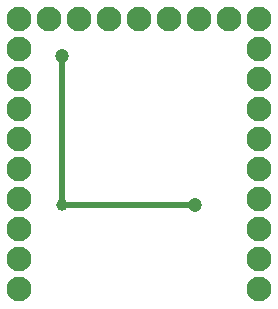
<source format=gbr>
G04 #@! TF.FileFunction,Copper,L2,Bot,Signal*
%FSLAX46Y46*%
G04 Gerber Fmt 4.6, Leading zero omitted, Abs format (unit mm)*
G04 Created by KiCad (PCBNEW 4.0.6) date 08/13/17 19:50:11*
%MOMM*%
%LPD*%
G01*
G04 APERTURE LIST*
%ADD10C,0.100000*%
%ADD11C,2.100000*%
%ADD12C,1.200000*%
%ADD13C,1.000000*%
%ADD14C,0.500000*%
G04 APERTURE END LIST*
D10*
D11*
X133481000Y-94665000D03*
X133481000Y-97205000D03*
X133481000Y-99745000D03*
X133481000Y-102285000D03*
X133481000Y-104825000D03*
X133481000Y-107365000D03*
X133481000Y-109905000D03*
X133481000Y-112445000D03*
X133481000Y-114985000D03*
X133481000Y-92125000D03*
X130941000Y-92125000D03*
X128401000Y-92125000D03*
X125861000Y-92125000D03*
X123321000Y-92125000D03*
X120781000Y-92125000D03*
X118241000Y-92125000D03*
X115701000Y-92125000D03*
X113161000Y-92125000D03*
X113161000Y-94665000D03*
X113161000Y-97205000D03*
X113161000Y-99745000D03*
X113161000Y-102285000D03*
X113161000Y-104825000D03*
X113161000Y-107365000D03*
X113161000Y-109905000D03*
X113161000Y-112445000D03*
X113161000Y-114985000D03*
D12*
X116763800Y-95275400D03*
D13*
X116763800Y-107823000D03*
D12*
X128041400Y-107823000D03*
X128041400Y-107823000D03*
D13*
X116763800Y-107823000D03*
D12*
X116763800Y-95275400D03*
D14*
X116763800Y-95275400D02*
X116763800Y-107823000D01*
X116763800Y-107823000D02*
X128041400Y-107823000D01*
X116763800Y-107823000D02*
X128041400Y-107823000D01*
X116763800Y-95275400D02*
X116763800Y-107823000D01*
M02*

</source>
